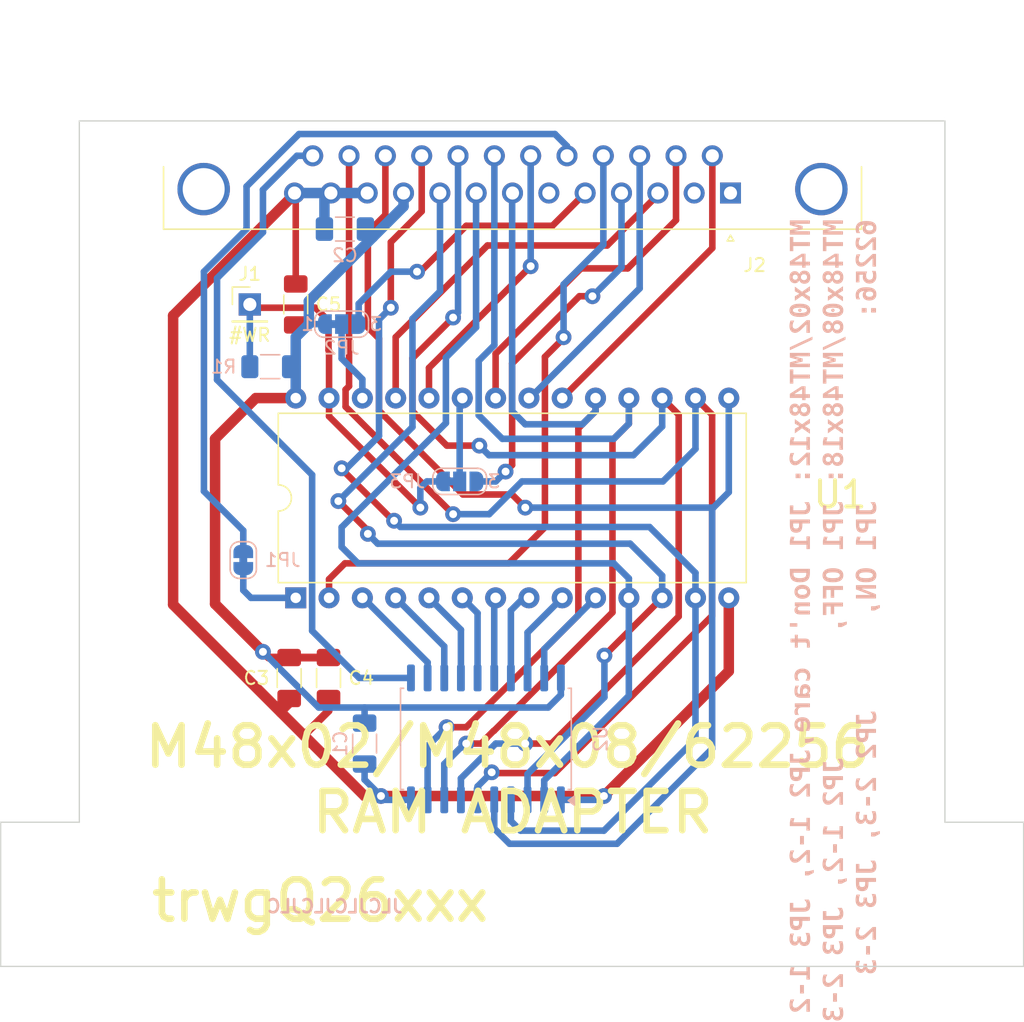
<source format=kicad_pcb>
(kicad_pcb (version 20240108) (generator "pcbnew") (generator_version "8.0")
  (layers (0 "F.Cu" signal) (31 "B.Cu" signal) (34 "B.Paste" user) (35 "F.Paste" user) (36 "B.SilkS" user "B.Silkscreen") (37 "F.SilkS" user "F.Silkscreen") (38 "B.Mask" user) (39 "F.Mask" user) (44 "Edge.Cuts" user))
  (net 0 "")
  (net 1 "GND")
  (net 2 "+5V")
  (net 3 "/A12")
  (net 4 "/D6")
  (net 5 "/A11")
  (net 6 "AS")
  (net 7 "/A13")
  (net 8 "#A")
  (net 9 "/A8")
  (net 10 "/D7")
  (net 11 "/D5")
  (net 12 "#RD")
  (net 13 "/D2")
  (net 14 "/A9")
  (net 15 "/D1")
  (net 16 "/D4")
  (net 17 "/A10")
  (net 18 "/A14")
  (net 19 "/D0")
  (net 20 "/D3")
  (net 21 "/A2")
  (net 22 "/A1")
  (net 23 "/A4")
  (net 24 "/A5")
  (net 25 "/A7")
  (net 26 "/A6")
  (net 27 "/A0")
  (net 28 "/A3")
  (net 32 "#WR")
  (net 33 "Net-(JP2-C)")
  (net 34 "Net-(JP3-C)")
  (net 35 "Net-(JP1-A)")
  (footprint "MountingHole:MountingHole_3.2mm_M3_DIN965" (layer "F.Cu") (at 161 82)
    (property "Reference" "REF**" (hide yes))
    (property "Value" "M3")
    (pad "" np_thru_hole circle (at 0 0) (size 3.2 3.2) (drill 3.2) (layers "*.Cu" "*.Mask"))
  )
  (footprint "MountingHole:MountingHole_3.2mm_M3_DIN965" (layer "F.Cu") (at 120 82)
    (property "Reference" "REF**" (hide yes))
    (property "Value" "M3")
    (pad "" np_thru_hole circle (at 0 0) (size 3.2 3.2) (drill 3.2) (layers "*.Cu" "*.Mask"))
  )
  (footprint "Package_DIP:DIP-28_W15.24mm" (layer "F.Cu") (at 138.5 58.883 90)
    (property "Reference" "U1" (at 7.883 41.5 0) (layer "F.SilkS") (effects (font (size 2 2) (thickness 0.3))))
    (property "Value" "HM62256BLP")
    (fp_line (start 14.08 -1.33) (end 8.62 -1.33) (stroke (width 0.12)) (layer "F.SilkS"))
    (fp_line (start 6.62 -1.33) (end 1.16 -1.33) (stroke (width 0.12)) (layer "F.SilkS"))
    (fp_line (start 1.16 -1.33) (end 1.16 34.35) (stroke (width 0.12)) (layer "F.SilkS"))
    (fp_line (start 14.08 34.35) (end 14.08 -1.33) (stroke (width 0.12)) (layer "F.SilkS"))
    (fp_line (start 1.16 34.35) (end 14.08 34.35) (stroke (width 0.12)) (layer "F.SilkS"))
    (fp_arc (start 8.62 -1.33) (mid 7.62 -0.33) (end 6.62 -1.33) (stroke (width 0.12)) (layer "F.SilkS"))
    (pad "1" thru_hole rect (at 0 0 90) (size 1.6 1.6) (drill 0.8) (layers "*.Cu" "*.Mask") (net 35 "Net-(JP1-A)"))
    (pad "2" thru_hole oval (at 0 2.54 90) (size 1.6 1.6) (drill 0.8) (layers "*.Cu" "*.Mask") (net 3 "/A12"))
    (pad "3" thru_hole oval (at 0 5.08 90) (size 1.6 1.6) (drill 0.8) (layers "*.Cu" "*.Mask") (net 25 "/A7"))
    (pad "4" thru_hole oval (at 0 7.62 90) (size 1.6 1.6) (drill 0.8) (layers "*.Cu" "*.Mask") (net 26 "/A6"))
    (pad "5" thru_hole oval (at 0 10.16 90) (size 1.6 1.6) (drill 0.8) (layers "*.Cu" "*.Mask") (net 24 "/A5"))
    (pad "6" thru_hole oval (at 0 12.7 90) (size 1.6 1.6) (drill 0.8) (layers "*.Cu" "*.Mask") (net 23 "/A4"))
    (pad "7" thru_hole oval (at 0 15.24 90) (size 1.6 1.6) (drill 0.8) (layers "*.Cu" "*.Mask") (net 28 "/A3"))
    (pad "8" thru_hole oval (at 0 17.78 90) (size 1.6 1.6) (drill 0.8) (layers "*.Cu" "*.Mask") (net 21 "/A2"))
    (pad "9" thru_hole oval (at 0 20.32 90) (size 1.6 1.6) (drill 0.8) (layers "*.Cu" "*.Mask") (net 22 "/A1"))
    (pad "10" thru_hole oval (at 0 22.86 90) (size 1.6 1.6) (drill 0.8) (layers "*.Cu" "*.Mask") (net 27 "/A0"))
    (pad "11" thru_hole oval (at 0 25.4 90) (size 1.6 1.6) (drill 0.8) (layers "*.Cu" "*.Mask") (net 19 "/D0"))
    (pad "12" thru_hole oval (at 0 27.94 90) (size 1.6 1.6) (drill 0.8) (layers "*.Cu" "*.Mask") (net 15 "/D1"))
    (pad "13" thru_hole oval (at 0 30.48 90) (size 1.6 1.6) (drill 0.8) (layers "*.Cu" "*.Mask") (net 13 "/D2"))
    (pad "14" thru_hole oval (at 0 33.02 90) (size 1.6 1.6) (drill 0.8) (layers "*.Cu" "*.Mask") (net 1 "GND"))
    (pad "15" thru_hole oval (at 15.24 33.02 90) (size 1.6 1.6) (drill 0.8) (layers "*.Cu" "*.Mask") (net 20 "/D3"))
    (pad "16" thru_hole oval (at 15.24 30.48 90) (size 1.6 1.6) (drill 0.8) (layers "*.Cu" "*.Mask") (net 16 "/D4"))
    (pad "17" thru_hole oval (at 15.24 27.94 90) (size 1.6 1.6) (drill 0.8) (layers "*.Cu" "*.Mask") (net 11 "/D5"))
    (pad "18" thru_hole oval (at 15.24 25.4 90) (size 1.6 1.6) (drill 0.8) (layers "*.Cu" "*.Mask") (net 4 "/D6"))
    (pad "19" thru_hole oval (at 15.24 22.86 90) (size 1.6 1.6) (drill 0.8) (layers "*.Cu" "*.Mask") (net 10 "/D7"))
    (pad "20" thru_hole oval (at 15.24 20.32 90) (size 1.6 1.6) (drill 0.8) (layers "*.Cu" "*.Mask") (net 8 "#A"))
    (pad "21" thru_hole oval (at 15.24 17.78 90) (size 1.6 1.6) (drill 0.8) (layers "*.Cu" "*.Mask") (net 17 "/A10"))
    (pad "22" thru_hole oval (at 15.24 15.24 90) (size 1.6 1.6) (drill 0.8) (layers "*.Cu" "*.Mask") (net 12 "#RD"))
    (pad "23" thru_hole oval (at 15.24 12.7 90) (size 1.6 1.6) (drill 0.8) (layers "*.Cu" "*.Mask") (net 34 "Net-(JP3-C)"))
    (pad "24" thru_hole oval (at 15.24 10.16 90) (size 1.6 1.6) (drill 0.8) (layers "*.Cu" "*.Mask") (net 14 "/A9"))
    (pad "25" thru_hole oval (at 15.24 7.62 90) (size 1.6 1.6) (drill 0.8) (layers "*.Cu" "*.Mask") (net 9 "/A8"))
    (pad "26" thru_hole oval (at 15.24 5.08 90) (size 1.6 1.6) (drill 0.8) (layers "*.Cu" "*.Mask") (net 33 "Net-(JP2-C)"))
    (pad "27" thru_hole oval (at 15.24 2.54 90) (size 1.6 1.6) (drill 0.8) (layers "*.Cu" "*.Mask") (net 32 "#WR"))
    (pad "28" thru_hole oval (at 15.24 0 90) (size 1.6 1.6) (drill 0.8) (layers "*.Cu" "*.Mask") (net 2 "+5V"))
  )
  (footprint "Capacitor_SMD:C_1206_3216Metric_Pad1.33x1.80mm_HandSolder" (layer "F.Cu") (at 138 65 -90)
    (property "Reference" "C3" (at 0 2.5 180) (layer "F.SilkS"))
    (property "Value" "100n")
    (fp_line (start -0.711252 0.91) (end 0.711252 0.91) (stroke (width 0.12)) (layer "F.SilkS"))
    (fp_line (start -0.711252 -0.91) (end 0.711252 -0.91) (stroke (width 0.12)) (layer "F.SilkS"))
    (pad "1" smd roundrect (at -1.5625 0 270) (size 1.325 1.8) (layers "F.Cu" "F.Paste" "F.Mask") (roundrect_rratio 0.188679) (net 2 "+5V"))
    (pad "2" smd roundrect (at 1.5625 0 270) (size 1.325 1.8) (layers "F.Cu" "F.Paste" "F.Mask") (roundrect_rratio 0.188679) (net 1 "GND"))
  )
  (footprint "MountingHole:MountingHole_3.2mm_M3_DIN965" (layer "F.Cu") (at 190 82)
    (property "Reference" "REF**" (hide yes))
    (property "Value" "M3")
    (pad "" np_thru_hole circle (at 0 0) (size 3.2 3.2) (drill 3.2) (layers "*.Cu" "*.Mask"))
  )
  (footprint "Connector_Dsub:DSUB-25_Male_Horizontal_P2.77x2.84mm_EdgePinOffset4.94mm_Housed_MountingHolesOffset7.48mm" (layer "F.Cu") (at 171.65 28 180)
    (property "Reference" "J2" (at -1.85 -5.5 180) (layer "F.SilkS"))
    (property "Value" "DB25_Plug")
    (fp_line (start 43.23 -2.76) (end 43.23 2) (stroke (width 0.12)) (layer "F.SilkS"))
    (fp_line (start 0.25 -3.654338) (end 0 -3.221325) (stroke (width 0.12)) (layer "F.SilkS"))
    (fp_line (start 0 -3.221325) (end -0.25 -3.654338) (stroke (width 0.12)) (layer "F.SilkS"))
    (fp_line (start -0.25 -3.654338) (end 0.25 -3.654338) (stroke (width 0.12)) (layer "F.SilkS"))
    (fp_line (start -9.99 2) (end -9.99 -2.76) (stroke (width 0.12)) (layer "F.SilkS"))
    (fp_line (start -9.99 -2.76) (end 43.23 -2.76) (stroke (width 0.12)) (layer "F.SilkS"))
    (pad "0" thru_hole circle (at -6.93 0.3 180) (size 4 4) (drill 3.2) (layers "*.Cu" "*.Mask"))
    (pad "0" thru_hole circle (at 40.17 0.3 180) (size 4 4) (drill 3.2) (layers "*.Cu" "*.Mask"))
    (pad "1" thru_hole rect (at 0 0 180) (size 1.6 1.6) (drill 1) (layers "*.Cu" "*.Mask"))
    (pad "2" thru_hole circle (at 2.77 0 180) (size 1.6 1.6) (drill 1) (layers "*.Cu" "*.Mask"))
    (pad "3" thru_hole circle (at 5.54 0 180) (size 1.6 1.6) (drill 1) (layers "*.Cu" "*.Mask") (net 9 "/A8"))
    (pad "4" thru_hole circle (at 8.31 0 180) (size 1.6 1.6) (drill 1) (layers "*.Cu" "*.Mask") (net 5 "/A11"))
    (pad "5" thru_hole circle (at 11.08 0 180) (size 1.6 1.6) (drill 1) (layers "*.Cu" "*.Mask") (net 7 "/A13"))
    (pad "6" thru_hole circle (at 13.85 0 180) (size 1.6 1.6) (drill 1) (layers "*.Cu" "*.Mask"))
    (pad "7" thru_hole circle (at 16.62 0 180) (size 1.6 1.6) (drill 1) (layers "*.Cu" "*.Mask") (net 10 "/D7"))
    (pad "8" thru_hole circle (at 19.39 0 180) (size 1.6 1.6) (drill 1) (layers "*.Cu" "*.Mask") (net 19 "/D0"))
    (pad "9" thru_hole circle (at 22.16 0 180) (size 1.6 1.6) (drill 1) (layers "*.Cu" "*.Mask") (net 15 "/D1"))
    (pad "10" thru_hole circle (at 24.93 0 180) (size 1.6 1.6) (drill 1) (layers "*.Cu" "*.Mask") (net 2 "+5V"))
    (pad "11" thru_hole circle (at 27.7 0 180) (size 1.6 1.6) (drill 1) (layers "*.Cu" "*.Mask") (net 1 "GND"))
    (pad "12" thru_hole circle (at 30.47 0 180) (size 1.6 1.6) (drill 1) (layers "*.Cu" "*.Mask") (net 1 "GND"))
    (pad "13" thru_hole circle (at 33.24 0 180) (size 1.6 1.6) (drill 1) (layers "*.Cu" "*.Mask") (net 1 "GND"))
    (pad "14" thru_hole circle (at 1.385 2.84 180) (size 1.6 1.6) (drill 1) (layers "*.Cu" "*.Mask") (net 8 "#A"))
    (pad "15" thru_hole circle (at 4.155 2.84 180) (size 1.6 1.6) (drill 1) (layers "*.Cu" "*.Mask") (net 12 "#RD"))
    (pad "16" thru_hole circle (at 6.925 2.84 180) (size 1.6 1.6) (drill 1) (layers "*.Cu" "*.Mask") (net 17 "/A10"))
    (pad "17" thru_hole circle (at 9.695 2.84 180) (size 1.6 1.6) (drill 1) (layers "*.Cu" "*.Mask") (net 3 "/A12"))
    (pad "18" thru_hole circle (at 12.465 2.84 180) (size 1.6 1.6) (drill 1) (layers "*.Cu" "*.Mask") (net 18 "/A14"))
    (pad "19" thru_hole circle (at 15.235 2.84 180) (size 1.6 1.6) (drill 1) (layers "*.Cu" "*.Mask") (net 14 "/A9"))
    (pad "20" thru_hole circle (at 18.005 2.84 180) (size 1.6 1.6) (drill 1) (layers "*.Cu" "*.Mask") (net 4 "/D6"))
    (pad "21" thru_hole circle (at 20.775 2.84 180) (size 1.6 1.6) (drill 1) (layers "*.Cu" "*.Mask") (net 11 "/D5"))
    (pad "22" thru_hole circle (at 23.545 2.84 180) (size 1.6 1.6) (drill 1) (layers "*.Cu" "*.Mask") (net 13 "/D2"))
    (pad "23" thru_hole circle (at 26.315 2.84 180) (size 1.6 1.6) (drill 1) (layers "*.Cu" "*.Mask") (net 20 "/D3"))
    (pad "24" thru_hole circle (at 29.085 2.84 180) (size 1.6 1.6) (drill 1) (layers "*.Cu" "*.Mask") (net 16 "/D4"))
    (pad "25" thru_hole circle (at 31.855 2.84 180) (size 1.6 1.6) (drill 1) (layers "*.Cu" "*.Mask") (net 6 "AS"))
  )
  (footprint "MountingHole:MountingHole_3.2mm_M3_DIN965" (layer "F.Cu") (at 125 25.5)
    (property "Reference" "REF**" (hide yes))
    (property "Value" "M3")
    (pad "" np_thru_hole circle (at 0 0) (size 3.2 3.2) (drill 3.2) (layers "*.Cu" "*.Mask"))
  )
  (footprint "Connector_PinHeader_2.54mm:PinHeader_1x01_P2.54mm_Vertical" (layer "F.Cu") (at 135 36.5)
    (property "Reference" "J1" (at 0 -2.33 0) (layer "F.SilkS"))
    (property "Value" "#WR" (at 0 2.33 0) (layer "F.SilkS"))
    (fp_line (start -1.33 -1.33) (end 0 -1.33) (stroke (width 0.12)) (layer "F.SilkS"))
    (fp_line (start -1.33 0) (end -1.33 -1.33) (stroke (width 0.12)) (layer "F.SilkS"))
    (fp_line (start -1.33 1.27) (end -1.33 1.33) (stroke (width 0.12)) (layer "F.SilkS"))
    (fp_line (start -1.33 1.27) (end 1.33 1.27) (stroke (width 0.12)) (layer "F.SilkS"))
    (fp_line (start -1.33 1.33) (end 1.33 1.33) (stroke (width 0.12)) (layer "F.SilkS"))
    (fp_line (start 1.33 1.27) (end 1.33 1.33) (stroke (width 0.12)) (layer "F.SilkS"))
    (pad "1" thru_hole rect (at 0 0) (size 1.7 1.7) (drill 1) (layers "*.Cu" "*.Mask") (net 32 "#WR"))
  )
  (footprint "Capacitor_SMD:C_1206_3216Metric_Pad1.33x1.80mm_HandSolder" (layer "F.Cu") (at 138.5 36.5 90)
    (property "Reference" "C5" (at 0 2.5 0) (layer "F.SilkS"))
    (property "Value" "100n")
    (fp_line (start -0.711252 -0.91) (end 0.711252 -0.91) (stroke (width 0.12)) (layer "F.SilkS"))
    (fp_line (start -0.711252 0.91) (end 0.711252 0.91) (stroke (width 0.12)) (layer "F.SilkS"))
    (pad "1" smd roundrect (at -1.5625 0 90) (size 1.325 1.8) (layers "F.Cu" "F.Paste" "F.Mask") (roundrect_rratio 0.188679) (net 2 "+5V"))
    (pad "2" smd roundrect (at 1.5625 0 90) (size 1.325 1.8) (layers "F.Cu" "F.Paste" "F.Mask") (roundrect_rratio 0.188679) (net 1 "GND"))
  )
  (footprint "MountingHole:MountingHole_3.2mm_M3_DIN965" (layer "F.Cu") (at 185 25.5)
    (property "Reference" "REF**" (hide yes))
    (property "Value" "M3")
    (pad "" np_thru_hole circle (at 0 0) (size 3.2 3.2) (drill 3.2) (layers "*.Cu" "*.Mask"))
  )
  (footprint "Capacitor_SMD:C_1206_3216Metric_Pad1.33x1.80mm_HandSolder" (layer "F.Cu") (at 141 65 -90)
    (property "Reference" "C4" (at 0 -2.5 180) (layer "F.SilkS"))
    (property "Value" "100n")
    (fp_line (start -0.711252 0.91) (end 0.711252 0.91) (stroke (width 0.12)) (layer "F.SilkS"))
    (fp_line (start -0.711252 -0.91) (end 0.711252 -0.91) (stroke (width 0.12)) (layer "F.SilkS"))
    (pad "1" smd roundrect (at -1.5625 0 270) (size 1.325 1.8) (layers "F.Cu" "F.Paste" "F.Mask") (roundrect_rratio 0.188679) (net 2 "+5V"))
    (pad "2" smd roundrect (at 1.5625 0 270) (size 1.325 1.8) (layers "F.Cu" "F.Paste" "F.Mask") (roundrect_rratio 0.188679) (net 1 "GND"))
  )
  (footprint "Jumper:SolderJumper-2_P1.3mm_Bridged_RoundedPad1.0x1.5mm" (layer "B.Cu") (at 134.5 56 90)
    (property "Reference" "JP1" (at 0 3 0) (layer "B.SilkS") (effects (justify mirror)))
    (property "Value" "SB1")
    (fp_poly (pts (xy 0.25 0.3) (xy -0.25 0.3) (xy -0.25 -0.3) (xy 0.25 -0.3)) (fill solid) (layer "B.Cu"))
    (fp_line (start -0.7 -1) (end 0.7 -1) (stroke (width 0.12)) (layer "B.SilkS"))
    (fp_line (start 1.4 -0.3) (end 1.4 0.3) (stroke (width 0.12)) (layer "B.SilkS"))
    (fp_line (start -1.4 0.3) (end -1.4 -0.3) (stroke (width 0.12)) (layer "B.SilkS"))
    (fp_line (start 0.7 1) (end -0.7 1) (stroke (width 0.12)) (layer "B.SilkS"))
    (fp_arc (start 0.7 -1) (mid 1.194975 -0.794975) (end 1.4 -0.3) (stroke (width 0.12)) (layer "B.SilkS"))
    (fp_arc (start -1.4 -0.3) (mid -1.194975 -0.794975) (end -0.7 -1) (stroke (width 0.12)) (layer "B.SilkS"))
    (fp_arc (start 1.4 0.3) (mid 1.194975 0.794975) (end 0.7 1) (stroke (width 0.12)) (layer "B.SilkS"))
    (fp_arc (start -0.7 1) (mid -1.194975 0.794975) (end -1.4 0.3) (stroke (width 0.12)) (layer "B.SilkS"))
    (pad "1" smd custom (at -0.65 0 90) (size 1 0.5) (layers "B.Cu" "B.Mask") (net 35 "Net-(JP1-A)") (options (clearance outline) (anchor rect)) (primitives (gr_circle (center 0 -0.25) (end 0.5 -0.25) (width 0) (fill yes)) (gr_circle (center 0 0.25) (end 0.5 0.25) (width 0) (fill yes)) (gr_poly (pts (xy 0.5 -0.75) (xy 0 -0.75) (xy 0 0.75) (xy 0.5 0.75)) (width 0) (fill yes))))
    (pad "2" smd custom (at 0.65 0 90) (size 1 0.5) (layers "B.Cu" "B.Mask") (net 18 "/A14") (options (clearance outline) (anchor rect)) (primitives (gr_circle (center 0 -0.25) (end 0.5 -0.25) (width 0) (fill yes)) (gr_circle (center 0 0.25) (end 0.5 0.25) (width 0) (fill yes)) (gr_poly (pts (xy 0 -0.75) (xy -0.5 -0.75) (xy -0.5 0.75) (xy 0 0.75)) (width 0) (fill yes))))
  )
  (footprint "Package_SO:SOIC-20W_7.5x12.8mm_P1.27mm" (layer "B.Cu") (at 153 69.643 90)
    (property "Reference" "U2" (at 0 8.75 -90) (layer "B.SilkS") (effects (justify mirror)))
    (property "Value" "74LS573")
    (fp_line (start 3.86 -6.51) (end 0 -6.51) (stroke (width 0.12)) (layer "B.SilkS"))
    (fp_line (start -3.86 -6.51) (end 0 -6.51) (stroke (width 0.12)) (layer "B.SilkS"))
    (fp_line (start 3.86 -6.275) (end 3.86 -6.51) (stroke (width 0.12)) (layer "B.SilkS"))
    (fp_line (start -3.86 -6.275) (end -3.86 -6.51) (stroke (width 0.12)) (layer "B.SilkS"))
    (fp_line (start 3.86 6.275) (end 3.86 6.51) (stroke (width 0.12)) (layer "B.SilkS"))
    (fp_line (start -3.86 6.275) (end -3.86 6.51) (stroke (width 0.12)) (layer "B.SilkS"))
    (fp_line (start 3.86 6.51) (end 0 6.51) (stroke (width 0.12)) (layer "B.SilkS"))
    (fp_line (start -3.86 6.51) (end 0 6.51) (stroke (width 0.12)) (layer "B.SilkS"))
    (fp_poly (pts (xy -4.7125 6.275) (xy -5.0525 6.745) (xy -4.3725 6.745) (xy -4.7125 6.275)) (stroke (width 0.12)) (fill solid) (layer "B.SilkS"))
    (pad "1" smd roundrect (at -4.65 5.715 90) (size 2.05 0.6) (layers "B.Cu" "B.Paste" "B.Mask") (net 1 "GND"))
    (pad "2" smd roundrect (at -4.65 4.445 90) (size 2.05 0.6) (layers "B.Cu" "B.Paste" "B.Mask") (net 19 "/D0"))
    (pad "3" smd roundrect (at -4.65 3.175 90) (size 2.05 0.6) (layers "B.Cu" "B.Paste" "B.Mask") (net 15 "/D1"))
    (pad "4" smd roundrect (at -4.65 1.905 90) (size 2.05 0.6) (layers "B.Cu" "B.Paste" "B.Mask") (net 13 "/D2"))
    (pad "5" smd roundrect (at -4.65 0.635 90) (size 2.05 0.6) (layers "B.Cu" "B.Paste" "B.Mask") (net 20 "/D3"))
    (pad "6" smd roundrect (at -4.65 -0.635 90) (size 2.05 0.6) (layers "B.Cu" "B.Paste" "B.Mask") (net 16 "/D4"))
    (pad "7" smd roundrect (at -4.65 -1.905 90) (size 2.05 0.6) (layers "B.Cu" "B.Paste" "B.Mask") (net 11 "/D5"))
    (pad "8" smd roundrect (at -4.65 -3.175 90) (size 2.05 0.6) (layers "B.Cu" "B.Paste" "B.Mask") (net 4 "/D6"))
    (pad "9" smd roundrect (at -4.65 -4.445 90) (size 2.05 0.6) (layers "B.Cu" "B.Paste" "B.Mask") (net 10 "/D7"))
    (pad "10" smd roundrect (at -4.65 -5.715 90) (size 2.05 0.6) (layers "B.Cu" "B.Paste" "B.Mask") (net 1 "GND"))
    (pad "11" smd roundrect (at 4.65 -5.715 90) (size 2.05 0.6) (layers "B.Cu" "B.Paste" "B.Mask") (net 6 "AS"))
    (pad "12" smd roundrect (at 4.65 -4.445 90) (size 2.05 0.6) (layers "B.Cu" "B.Paste" "B.Mask") (net 25 "/A7"))
    (pad "13" smd roundrect (at 4.65 -3.175 90) (size 2.05 0.6) (layers "B.Cu" "B.Paste" "B.Mask") (net 26 "/A6"))
    (pad "14" smd roundrect (at 4.65 -1.905 90) (size 2.05 0.6) (layers "B.Cu" "B.Paste" "B.Mask") (net 24 "/A5"))
    (pad "15" smd roundrect (at 4.65 -0.635 90) (size 2.05 0.6) (layers "B.Cu" "B.Paste" "B.Mask") (net 23 "/A4"))
    (pad "16" smd roundrect (at 4.65 0.635 90) (size 2.05 0.6) (layers "B.Cu" "B.Paste" "B.Mask") (net 28 "/A3"))
    (pad "17" smd roundrect (at 4.65 1.905 90) (size 2.05 0.6) (layers "B.Cu" "B.Paste" "B.Mask") (net 21 "/A2"))
    (pad "18" smd roundrect (at 4.65 3.175 90) (size 2.05 0.6) (layers "B.Cu" "B.Paste" "B.Mask") (net 22 "/A1"))
    (pad "19" smd roundrect (at 4.65 4.445 90) (size 2.05 0.6) (layers "B.Cu" "B.Paste" "B.Mask") (net 27 "/A0"))
    (pad "20" smd roundrect (at 4.65 5.715 90) (size 2.05 0.6) (layers "B.Cu" "B.Paste" "B.Mask") (net 2 "+5V"))
  )
  (footprint "Jumper:SolderJumper-3_P1.3mm_Bridged12_RoundedPad1.0x1.5mm_NumberLabels" (layer "B.Cu") (at 151 50)
    (property "Reference" "JP3" (at -4 0 0) (layer "B.SilkS") (effects (justify mirror)))
    (property "Value" "SB3")
    (fp_poly (pts (xy -0.9 0.3) (xy -0.4 0.3) (xy -0.4 -0.3) (xy -0.9 -0.3)) (fill solid) (layer "B.Cu"))
    (fp_line (start -2.05 0.3) (end -2.05 -0.3) (stroke (width 0.12)) (layer "B.SilkS"))
    (fp_line (start -1.4 -1) (end 1.4 -1) (stroke (width 0.12)) (layer "B.SilkS"))
    (fp_line (start 1.4 1) (end -1.4 1) (stroke (width 0.12)) (layer "B.SilkS"))
    (fp_line (start 2.05 -0.3) (end 2.05 0.3) (stroke (width 0.12)) (layer "B.SilkS"))
    (fp_arc (start -2.05 -0.3) (mid -1.844975 -0.794975) (end -1.35 -1) (stroke (width 0.12)) (layer "B.SilkS"))
    (fp_arc (start -1.35 1) (mid -1.844975 0.794975) (end -2.05 0.3) (stroke (width 0.12)) (layer "B.SilkS"))
    (fp_arc (start 1.35 -1) (mid 1.844975 -0.794975) (end 2.05 -0.3) (stroke (width 0.12)) (layer "B.SilkS"))
    (fp_arc (start 2.05 0.3) (mid 1.844975 0.794975) (end 1.35 1) (stroke (width 0.12)) (layer "B.SilkS"))
    (fp_text user "3" (at 2.6 0 0) (layer "B.SilkS") (effects (justify mirror)))
    (pad "1" smd custom (at -1.3 0) (size 1 0.5) (layers "B.Cu" "B.Mask") (net 32 "#WR") (options (clearance outline) (anchor rect)) (primitives (gr_poly (pts (xy 0.55 -0.75) (xy 0 -0.75) (xy 0 0.75) (xy 0.55 0.75)) (width 0) (fill yes)) (gr_circle (center 0 -0.25) (end 0.5 -0.25) (width 0) (fill yes)) (gr_circle (center 0 0.25) (end 0.5 0.25) (width 0) (fill yes))))
    (pad "2" smd rect (at 0 0) (size 1 1.5) (layers "B.Cu" "B.Mask") (net 34 "Net-(JP3-C)"))
    (pad "3" smd custom (at 1.3 0) (size 1 0.5) (layers "B.Cu" "B.Mask") (net 5 "/A11") (options (clearance outline) (anchor rect)) (primitives (gr_circle (center 0 -0.25) (end 0.5 -0.25) (width 0) (fill yes)) (gr_circle (center 0 0.25) (end 0.5 0.25) (width 0) (fill yes)) (gr_poly (pts (xy 0 -0.75) (xy -0.55 -0.75) (xy -0.55 0.75) (xy 0 0.75)) (width 0) (fill yes))))
  )
  (footprint "Resistor_SMD:R_1206_3216Metric_Pad1.30x1.75mm_HandSolder" (layer "B.Cu") (at 136.55 41.25 180)
    (property "Reference" "R1" (at 3.55 0 180) (layer "B.SilkS") (effects (justify mirror)))
    (property "Value" "10k")
    (fp_line (start 0.727064 0.91) (end -0.727064 0.91) (stroke (width 0.12)) (layer "B.SilkS"))
    (fp_line (start 0.727064 -0.91) (end -0.727064 -0.91) (stroke (width 0.12)) (layer "B.SilkS"))
    (pad "1" smd roundrect (at -1.55 0 180) (size 1.3 1.75) (layers "B.Cu" "B.Paste" "B.Mask") (roundrect_rratio 0.192308) (net 2 "+5V"))
    (pad "2" smd roundrect (at 1.55 0 180) (size 1.3 1.75) (layers "B.Cu" "B.Paste" "B.Mask") (roundrect_rratio 0.192308) (net 32 "#WR"))
  )
  (footprint "Jumper:SolderJumper-3_P1.3mm_Bridged12_RoundedPad1.0x1.5mm_NumberLabels" (layer "B.Cu") (at 142 38)
    (property "Reference" "JP2" (at 0 1.8 0) (layer "B.SilkS") (effects (justify mirror)))
    (property "Value" "SB2")
    (fp_poly (pts (xy -0.9 0.3) (xy -0.4 0.3) (xy -0.4 -0.3) (xy -0.9 -0.3)) (fill solid) (layer "B.Cu"))
    (fp_line (start -2.05 0.3) (end -2.05 -0.3) (stroke (width 0.12)) (layer "B.SilkS"))
    (fp_line (start -1.4 -1) (end 1.4 -1) (stroke (width 0.12)) (layer "B.SilkS"))
    (fp_line (start 1.4 1) (end -1.4 1) (stroke (width 0.12)) (layer "B.SilkS"))
    (fp_line (start 2.05 -0.3) (end 2.05 0.3) (stroke (width 0.12)) (layer "B.SilkS"))
    (fp_arc (start -2.05 -0.3) (mid -1.844975 -0.794975) (end -1.35 -1) (stroke (width 0.12)) (layer "B.SilkS"))
    (fp_arc (start -1.35 1) (mid -1.844975 0.794975) (end -2.05 0.3) (stroke (width 0.12)) (layer "B.SilkS"))
    (fp_arc (start 1.35 -1) (mid 1.844975 -0.794975) (end 2.05 -0.3) (stroke (width 0.12)) (layer "B.SilkS"))
    (fp_arc (start 2.05 0.3) (mid 1.844975 0.794975) (end 1.35 1) (stroke (width 0.12)) (layer "B.SilkS"))
    (fp_text user "1" (at -2.6 0 0) (layer "B.SilkS") (effects (justify mirror)))
    (fp_text user "3" (at 2.6 0 0) (layer "B.SilkS") (effects (justify mirror)))
    (pad "1" smd custom (at -1.3 0) (size 1 0.5) (layers "B.Cu" "B.Mask") (net 2 "+5V") (options (clearance outline) (anchor rect)) (primitives (gr_poly (pts (xy 0.55 -0.75) (xy 0 -0.75) (xy 0 0.75) (xy 0.55 0.75)) (width 0) (fill yes)) (gr_circle (center 0 -0.25) (end 0.5 -0.25) (width 0) (fill yes)) (gr_circle (center 0 0.25) (end 0.5 0.25) (width 0) (fill yes))))
    (pad "2" smd rect (at 0 0) (size 1 1.5) (layers "B.Cu" "B.Mask") (net 33 "Net-(JP2-C)"))
    (pad "3" smd custom (at 1.3 0) (size 1 0.5) (layers "B.Cu" "B.Mask") (net 7 "/A13") (options (clearance outline) (anchor rect)) (primitives (gr_circle (center 0 -0.25) (end 0.5 -0.25) (width 0) (fill yes)) (gr_circle (center 0 0.25) (end 0.5 0.25) (width 0) (fill yes)) (gr_poly (pts (xy 0 -0.75) (xy -0.55 -0.75) (xy -0.55 0.75) (xy 0 0.75)) (width 0) (fill yes))))
  )
  (footprint "Capacitor_SMD:C_1206_3216Metric_Pad1.33x1.80mm_HandSolder" (layer "B.Cu") (at 143.75 70 -90)
    (property "Reference" "C1" (at 0 1.85 90) (layer "B.SilkS") (effects (justify mirror)))
    (property "Value" "100n")
    (fp_line (start 0.711252 0.91) (end -0.711252 0.91) (stroke (width 0.12)) (layer "B.SilkS"))
    (fp_line (start 0.711252 -0.91) (end -0.711252 -0.91) (stroke (width 0.12)) (layer "B.SilkS"))
    (pad "1" smd roundrect (at -1.5625 0 270) (size 1.325 1.8) (layers "B.Cu" "B.Paste" "B.Mask") (roundrect_rratio 0.188679) (net 2 "+5V"))
    (pad "2" smd roundrect (at 1.5625 0 270) (size 1.325 1.8) (layers "B.Cu" "B.Paste" "B.Mask") (roundrect_rratio 0.188679) (net 1 "GND"))
  )
  (footprint "Capacitor_SMD:C_1206_3216Metric_Pad1.33x1.80mm_HandSolder" (layer "B.Cu") (at 142.25 30.75 180)
    (property "Reference" "C2" (at 0 -2 180) (layer "B.SilkS") (effects (justify mirror)))
    (property "Value" "100n")
    (fp_line (start 0.711252 0.91) (end -0.711252 0.91) (stroke (width 0.12)) (layer "B.SilkS"))
    (fp_line (start 0.711252 -0.91) (end -0.711252 -0.91) (stroke (width 0.12)) (layer "B.SilkS"))
    (pad "1" smd roundrect (at -1.5625 0 180) (size 1.325 1.8) (layers "B.Cu" "B.Paste" "B.Mask") (roundrect_rratio 0.188679) (net 2 "+5V"))
    (pad "2" smd roundrect (at 1.5625 0 180) (size 1.325 1.8) (layers "B.Cu" "B.Paste" "B.Mask") (roundrect_rratio 0.188679) (net 1 "GND"))
  )
  (gr_line (start 116 76) (end 116 87) (stroke (width 0.1)) (layer "Edge.Cuts"))
  (gr_line (start 194 76) (end 188 76) (stroke (width 0.1)) (layer "Edge.Cuts"))
  (gr_line (start 122 76) (end 116 76) (stroke (width 0.1)) (layer "Edge.Cuts"))
  (gr_line (start 122 22.5) (end 122 76) (stroke (width 0.1)) (layer "Edge.Cuts"))
  (gr_line (start 188 22.5) (end 122 22.5) (stroke (width 0.1)) (layer "Edge.Cuts"))
  (gr_line (start 188 76) (end 188 22.5) (stroke (width 0.1)) (layer "Edge.Cuts"))
  (gr_line (start 194 87) (end 194 76) (stroke (width 0.1)) (layer "Edge.Cuts"))
  (gr_line (start 116 87) (end 194 87) (stroke (width 0.1)) (layer "Edge.Cuts"))
  (gr_text "JLCJLCJLCJLC" (at 146.75 83 0) (layer "B.SilkS") (effects (font (size 1 1) (thickness 0.2) (bold yes)) (justify left bottom mirror)))
  (gr_text "MT48x02/MT48x12: JP1 Don't care,JP2 1-2, JP3 1-2\nMT48x08/MT48x18: JP1 OFF, 	    JP2 1-2, JP3 2-3\n62256:           JP1 ON, 	    JP2 2-3, JP3 2-3" (at 183 30 90) (layer "B.SilkS") (effects (font (size 1.5 1.5) (thickness 0.3) (bold yes)) (justify left bottom mirror)))
  (gr_text "trwgQ26xxx" (at 127.25 83.75 0) (layer "F.SilkS") (effects (font (size 3 3) (thickness 0.5) (bold yes)) (justify left bottom)))
  (gr_text "RAM ADAPTER" (at 139.5 77 0) (layer "F.SilkS") (effects (font (size 3 3) (thickness 0.5) (bold yes)) (justify left bottom)))
  (gr_text "M48x02/M48x08/62256" (at 126.75 72 0) (layer "F.SilkS") (effects (font (size 3 3) (thickness 0.5) (bold yes)) (justify left bottom)))
  (segment (start 138.5 28.09) (end 138.41 28) (width 0.5) (layer "F.Cu") (net 1))
  (segment (start 143.75 74) (end 139.125 69.375) (width 0.8) (layer "F.Cu") (net 1))
  (segment (start 138 67) (end 137.375 67.625) (width 0.6) (layer "F.Cu") (net 1))
  (segment (start 145 74) (end 143.75 74) (width 0.8) (layer "F.Cu") (net 1))
  (segment (start 137.375 67.625) (end 129.15 59.4) (width 0.8) (layer "F.Cu") (net 1))
  (segment (start 138.41 28.09) (end 138.41 28) (width 0.5) (layer "F.Cu") (net 1))
  (segment (start 129.15 37.35) (end 138.41 28.09) (width 0.8) (layer "F.Cu") (net 1))
  (segment (start 141 66.5625) (end 141 67.5) (width 0.6) (layer "F.Cu") (net 1))
  (segment (start 162.25 73.75) (end 171.52 64.48) (width 0.8) (layer "F.Cu") (net 1))
  (segment (start 138.75 34.9375) (end 138.5 34.6875) (width 0.5) (layer "F.Cu") (net 1))
  (segment (start 139.125 69.375) (end 137.375 67.625) (width 0.8) (layer "F.Cu") (net 1))
  (segment (start 171.52 64.48) (end 171.52 58.883) (width 0.8) (layer "F.Cu") (net 1))
  (segment (start 129.15 59.4) (end 129.15 37.35) (width 0.8) (layer "F.Cu") (net 1))
  (segment (start 138.5 34.6875) (end 138.5 28.09) (width 0.5) (layer "F.Cu") (net 1))
  (segment (start 138 66.5625) (end 138 67) (width 0.6) (layer "F.Cu") (net 1))
  (segment (start 141 67.5) (end 139.125 69.375) (width 0.6) (layer "F.Cu") (net 1))
  (segment (start 162.25 73.75) (end 162 74) (width 0.8) (layer "F.Cu") (net 1))
  (segment (start 162 74) (end 145 74) (width 0.8) (layer "F.Cu") (net 1))
  (via (at 145 74) (size 1.2) (drill 0.6) (layers "F.Cu" "B.Cu") (net 1))
  (via (at 162 74) (size 1.2) (drill 0.6) (layers "F.Cu" "B.Cu") (net 1))
  (segment (start 145.293 74.293) (end 147.285 74.293) (width 0.5) (layer "B.Cu") (net 1))
  (segment (start 143.75 71.5625) (end 143.75 72.75) (width 0.5) (layer "B.Cu") (net 1))
  (segment (start 143.75 72.75) (end 145 74) (width 0.5) (layer "B.Cu") (net 1))
  (segment (start 145 74) (end 145.293 74.293) (width 0.5) (layer "B.Cu") (net 1))
  (segment (start 162.25 73.75) (end 161.707 74.293) (width 0.5) (layer "B.Cu") (net 1))
  (segment (start 161.707 74.293) (end 158.715 74.293) (width 0.5) (layer "B.Cu") (net 1))
  (segment (start 141.18 28) (end 143.95 28) (width 0.8) (layer "B.Cu") (net 1))
  (segment (start 138.41 28) (end 141.18 28) (width 0.8) (layer "B.Cu") (net 1))
  (segment (start 140.6875 30.75) (end 140.6875 28.4925) (width 0.8) (layer "B.Cu") (net 1))
  (segment (start 140.6875 28.4925) (end 141.18 28) (width 0.5) (layer "B.Cu") (net 1))
  (segment (start 138.5 43.643) (end 138.5 38.3125) (width 0.5) (layer "F.Cu") (net 2))
  (segment (start 138.5 43.643) (end 135.457 43.643) (width 0.8) (layer "F.Cu") (net 2))
  (segment (start 141 63.4375) (end 138 63.4375) (width 0.6) (layer "F.Cu") (net 2))
  (segment (start 132.35 46.75) (end 132.35 59.35) (width 0.8) (layer "F.Cu") (net 2))
  (segment (start 138 63.4375) (end 136.4375 63.4375) (width 0.6) (layer "F.Cu") (net 2))
  (segment (start 135.457 43.643) (end 132.35 46.75) (width 0.8) (layer "F.Cu") (net 2))
  (segment (start 138.5 38.3125) (end 138.75 38.0625) (width 0.5) (layer "F.Cu") (net 2))
  (segment (start 136.4375 63.4375) (end 136 63) (width 0.6) (layer "F.Cu") (net 2))
  (segment (start 132.35 59.35) (end 136 63) (width 0.8) (layer "F.Cu") (net 2))
  (via (at 136 63) (size 1.2) (drill 0.6) (layers "F.Cu" "B.Cu") (net 2))
  (segment (start 140.7 38) (end 139.5 38) (width 0.5) (layer "B.Cu") (net 2))
  (segment (start 144.375 31.375) (end 146.72 29.03) (width 0.8) (layer "B.Cu") (net 2))
  (segment (start 158.715 66.285) (end 157.75 67.25) (width 0.5) (layer "B.Cu") (net 2))
  (segment (start 146.72 29.03) (end 146.72 28) (width 0.8) (layer "B.Cu") (net 2))
  (segment (start 140.25 67.25) (end 136 63) (width 0.5) (layer "B.Cu") (net 2))
  (segment (start 139.5 36.25) (end 144.375 31.375) (width 0.8) (layer "B.Cu") (net 2))
  (segment (start 138.1 41.25) (end 138.5 41.25) (width 0.5) (layer "B.Cu") (net 2))
  (segment (start 143.75 67.25) (end 140.25 67.25) (width 0.5) (layer "B.Cu") (net 2))
  (segment (start 139.5 38) (end 138.5 39) (width 0.8) (layer "B.Cu") (net 2))
  (segment (start 143.8125 30.75) (end 143.8125 30.8125) (width 0.5) (layer "B.Cu") (net 2))
  (segment (start 158.715 64.993) (end 158.715 66.285) (width 0.5) (layer "B.Cu") (net 2))
  (segment (start 143.8125 30.8125) (end 144.375 31.375) (width 0.5) (layer "B.Cu") (net 2))
  (segment (start 157.75 67.25) (end 143.75 67.25) (width 0.5) (layer "B.Cu") (net 2))
  (segment (start 138.5 43.643) (end 138.5 41.25) (width 0.8) (layer "B.Cu") (net 2))
  (segment (start 138.5 41.25) (end 138.5 39) (width 0.8) (layer "B.Cu") (net 2))
  (segment (start 139.5 38) (end 139.5 36.25) (width 0.8) (layer "B.Cu") (net 2))
  (segment (start 143.75 68.4375) (end 143.75 67.25) (width 0.5) (layer "B.Cu") (net 2))
  (segment (start 157.5 40.5) (end 157.5 53.5) (width 0.5) (layer "F.Cu") (net 3))
  (segment (start 154.75 56.25) (end 142.25 56.25) (width 0.5) (layer "F.Cu") (net 3))
  (segment (start 141.04 57.46) (end 141.04 58.883) (width 0.5) (layer "F.Cu") (net 3))
  (segment (start 158.922183 39) (end 158.922183 39.077817) (width 0.5) (layer "F.Cu") (net 3))
  (segment (start 142.25 56.25) (end 141.04 57.46) (width 0.5) (layer "F.Cu") (net 3))
  (segment (start 158.922183 39.077817) (end 157.5 40.5) (width 0.5) (layer "F.Cu") (net 3))
  (segment (start 157.5 53.5) (end 154.75 56.25) (width 0.5) (layer "F.Cu") (net 3))
  (via (at 158.922183 39) (size 1.2) (drill 0.6) (layers "F.Cu" "B.Cu") (net 3))
  (segment (start 158.922183 39) (end 158.922183 34.97613) (width 0.5) (layer "B.Cu") (net 3))
  (segment (start 158.922183 34.97613) (end 161.955 31.943313) (width 0.5) (layer "B.Cu") (net 3))
  (segment (start 161.955 31.943313) (end 161.955 25.16) (width 0.5) (layer "B.Cu") (net 3))
  (segment (start 163.9 45.6) (end 163.9 43.643) (width 0.5) (layer "F.Cu") (net 4))
  (segment (start 153.023 69.62) (end 153.023 69.595313) (width 0.5) (layer "F.Cu") (net 4))
  (segment (start 162.65 59.993) (end 162.65 46.85) (width 0.5) (layer "F.Cu") (net 4))
  (segment (start 153.595313 69.023) (end 153.62 69.023) (width 0.5) (layer "F.Cu") (net 4))
  (segment (start 153.62 69.023) (end 162.65 59.993) (width 0.5) (layer "F.Cu") (net 4))
  (segment (start 152.643 70) (end 153.023 69.62) (width 0.5) (layer "F.Cu") (net 4))
  (segment (start 151.5 70) (end 152.643 70) (width 0.5) (layer "F.Cu") (net 4))
  (segment (start 162.65 46.85) (end 163.9 45.6) (width 0.5) (layer "F.Cu") (net 4))
  (segment (start 153.023 69.595313) (end 153.595313 69.023) (width 0.5) (layer "F.Cu") (net 4))
  (via (at 151.5 70) (size 1.2) (drill 0.6) (layers "F.Cu" "B.Cu") (net 4))
  (segment (start 154.25 46.75) (end 152.45 44.95) (width 0.5) (layer "B.Cu") (net 4))
  (segment (start 151.380656 70) (end 149.825 71.555656) (width 0.5) (layer "B.Cu") (net 4))
  (segment (start 152.45 44.95) (end 152.45 40.8) (width 0.5) (layer "B.Cu") (net 4))
  (segment (start 162.75 46.75) (end 154.25 46.75) (width 0.5) (layer "B.Cu") (net 4))
  (segment (start 151.5 70) (end 151.380656 70) (width 0.5) (layer "B.Cu") (net 4))
  (segment (start 149.825 71.555656) (end 149.825 74.293) (width 0.5) (layer "B.Cu") (net 4))
  (segment (start 163.9 43.643) (end 163.9 45.6) (width 0.5) (layer "B.Cu") (net 4))
  (segment (start 152.45 40.8) (end 153.645 39.605) (width 0.5) (layer "B.Cu") (net 4))
  (segment (start 154.16 25.16) (end 153.645 25.16) (width 0.5) (layer "B.Cu") (net 4))
  (segment (start 163.9 45.6) (end 162.75 46.75) (width 0.5) (layer "B.Cu") (net 4))
  (segment (start 153.645 39.605) (end 153.645 25.16) (width 0.5) (layer "B.Cu") (net 4))
  (segment (start 155 41) (end 155 48.75) (width 0.5) (layer "F.Cu") (net 5))
  (segment (start 160.125 35.875) (end 155 41) (width 0.5) (layer "F.Cu") (net 5))
  (segment (start 161.125 35.875) (end 160.125 35.875) (width 0.5) (layer "F.Cu") (net 5))
  (segment (start 155 48.75) (end 154.5 49.25) (width 0.5) (layer "F.Cu") (net 5))
  (via (at 154.5 49.25) (size 1.2) (drill 0.6) (layers "F.Cu" "B.Cu") (net 5))
  (via (at 161.125 35.875) (size 1.2) (drill 0.6) (layers "F.Cu" "B.Cu") (net 5))
  (segment (start 153.75 50) (end 154.5 49.25) (width 0.5) (layer "B.Cu") (net 5))
  (segment (start 163.34 33.66) (end 163.34 28) (width 0.5) (layer "B.Cu") (net 5))
  (segment (start 161.125 35.875) (end 163.34 33.66) (width 0.5) (layer "B.Cu") (net 5))
  (segment (start 152.3 50) (end 153.75 50) (width 0.5) (layer "B.Cu") (net 5))
  (segment (start 138.59 25.16) (end 139.795 25.16) (width 0.5) (layer "B.Cu") (net 6))
  (segment (start 132.5 42.25) (end 132.5 34.5) (width 0.5) (layer "B.Cu") (net 6))
  (segment (start 147.285 64.993) (end 143.343 64.993) (width 0.5) (layer "B.Cu") (net 6))
  (segment (start 143.343 64.993) (end 139.75 61.4) (width 0.5) (layer "B.Cu") (net 6))
  (segment (start 136 27.75) (end 138.59 25.16) (width 0.5) (layer "B.Cu") (net 6))
  (segment (start 132.5 34.5) (end 136 31) (width 0.5) (layer "B.Cu") (net 6))
  (segment (start 139.75 49.5) (end 132.5 42.25) (width 0.5) (layer "B.Cu") (net 6))
  (segment (start 136 31) (end 136 27.75) (width 0.5) (layer "B.Cu") (net 6))
  (segment (start 139.75 61.4) (end 139.75 49.5) (width 0.5) (layer "B.Cu") (net 6))
  (segment (start 148 34) (end 151.5 30.5) (width 0.5) (layer "F.Cu") (net 7))
  (segment (start 151.5 30.5) (end 158.07 30.5) (width 0.5) (layer "F.Cu") (net 7))
  (segment (start 158.07 30.5) (end 160.57 28) (width 0.5) (layer "F.Cu") (net 7))
  (segment (start 147.75 34) (end 148 34) (width 0.5) (layer "F.Cu") (net 7))
  (via (at 147.75 34) (size 1.2) (drill 0.6) (layers "F.Cu" "B.Cu") (net 7))
  (segment (start 143.3 36.45) (end 145.75 34) (width 0.5) (layer "B.Cu") (net 7))
  (segment (start 143.3 38) (end 143.3 36.45) (width 0.5) (layer "B.Cu") (net 7))
  (segment (start 145.75 34) (end 147.75 34) (width 0.5) (layer "B.Cu") (net 7))
  (segment (start 170.265 32.198) (end 158.82 43.643) (width 0.5) (layer "F.Cu") (net 8))
  (segment (start 170.265 25.16) (end 170.265 32.198) (width 0.5) (layer "F.Cu") (net 8))
  (segment (start 146.12 39) (end 153.12 32) (width 0.5) (layer "F.Cu") (net 9))
  (segment (start 162.25 32) (end 166.11 28.14) (width 0.5) (layer "F.Cu") (net 9))
  (segment (start 166.11 28.14) (end 166.11 28) (width 0.5) (layer "F.Cu") (net 9))
  (segment (start 153.12 32) (end 162.25 32) (width 0.5) (layer "F.Cu") (net 9))
  (segment (start 146.12 43.643) (end 146.12 39) (width 0.5) (layer "F.Cu") (net 9))
  (segment (start 150 68.75) (end 151.5 68.75) (width 0.5) (layer "F.Cu") (net 10))
  (segment (start 161.36 44.64) (end 161.36 43.643) (width 0.5) (layer "F.Cu") (net 10))
  (segment (start 151.5 68.75) (end 160.05 60.2) (width 0.5) (layer "F.Cu") (net 10))
  (segment (start 160.05 60.2) (end 160.05 45.95) (width 0.5) (layer "F.Cu") (net 10))
  (segment (start 160.05 45.95) (end 161.36 44.64) (width 0.5) (layer "F.Cu") (net 10))
  (via (at 150 68.75) (size 1.2) (drill 0.6) (layers "F.Cu" "B.Cu") (net 10))
  (segment (start 155 28.03) (end 155 44.643) (width 0.5) (layer "B.Cu") (net 10))
  (segment (start 156 45.643) (end 160.357 45.643) (width 0.5) (layer "B.Cu") (net 10))
  (segment (start 148.555 70.195) (end 148.555 74.293) (width 0.5) (layer "B.Cu") (net 10))
  (segment (start 160.357 45.643) (end 161.36 44.64) (width 0.5) (layer "B.Cu") (net 10))
  (segment (start 150 68.75) (end 148.555 70.195) (width 0.5) (layer "B.Cu") (net 10))
  (segment (start 155 44.643) (end 156 45.643) (width 0.5) (layer "B.Cu") (net 10))
  (segment (start 155.03 28) (end 155 28.03) (width 0.5) (layer "B.Cu") (net 10))
  (segment (start 161.36 44.64) (end 161.36 43.643) (width 0.5) (layer "B.Cu") (net 10))
  (segment (start 167.7 44.903) (end 166.44 43.643) (width 0.5) (layer "F.Cu") (net 11))
  (segment (start 150.5 37.5) (end 147.4 40.6) (width 0.5) (layer "F.Cu") (net 11))
  (segment (start 158 70) (end 167.7 60.3) (width 0.5) (layer "F.Cu") (net 11))
  (segment (start 150.02 47.27) (end 152.5 47.27) (width 0.5) (layer "F.Cu") (net 11))
  (segment (start 167.7 60.3) (end 167.7 44.903) (width 0.5) (layer "F.Cu") (net 11))
  (segment (start 147.4 40.6) (end 147.4 44.65) (width 0.5) (layer "F.Cu") (net 11))
  (segment (start 147.4 44.65) (end 150.02 47.27) (width 0.5) (layer "F.Cu") (net 11))
  (segment (start 156 70) (end 158 70) (width 0.5) (layer "F.Cu") (net 11))
  (via (at 150.5 37.5) (size 1.2) (drill 0.6) (layers "F.Cu" "B.Cu") (net 11))
  (via (at 156 70) (size 1.2) (drill 0.6) (layers "F.Cu" "B.Cu") (net 11))
  (via (at 152.5 47.27) (size 1.2) (drill 0.6) (layers "F.Cu" "B.Cu") (net 11))
  (segment (start 153.75 70) (end 151.095 72.655) (width 0.5) (layer "B.Cu") (net 11))
  (segment (start 156 70) (end 153.75 70) (width 0.5) (layer "B.Cu") (net 11))
  (segment (start 152.5 47.27) (end 153.23 48) (width 0.5) (layer "B.Cu") (net 11))
  (segment (start 150.5 37.5) (end 150.875 37.125) (width 0.5) (layer "B.Cu") (net 11))
  (segment (start 151.095 72.655) (end 151.095 74.293) (width 0.5) (layer "B.Cu") (net 11))
  (segment (start 153.23 48) (end 164.25 48) (width 0.5) (layer "B.Cu") (net 11))
  (segment (start 164.25 48) (end 166.44 45.81) (width 0.5) (layer "B.Cu") (net 11))
  (segment (start 150.875 37.125) (end 150.875 25.16) (width 0.5) (layer "B.Cu") (net 11))
  (segment (start 166.44 45.81) (end 166.44 43.643) (width 0.5) (layer "B.Cu") (net 11))
  (segment (start 153.74 40.26) (end 153.74 43.643) (width 0.5) (layer "F.Cu") (net 12))
  (segment (start 160.25 33.75) (end 153.74 40.26) (width 0.5) (layer "F.Cu") (net 12))
  (segment (start 167.495 30.0675) (end 163.8125 33.75) (width 0.5) (layer "F.Cu") (net 12))
  (segment (start 167.495 25.16) (end 167.495 30.0675) (width 0.5) (layer "F.Cu") (net 12))
  (segment (start 163.8125 33.75) (end 160.25 33.75) (width 0.5) (layer "F.Cu") (net 12))
  (segment (start 148.105 29.395) (end 148.105 25.16) (width 0.5) (layer "F.Cu") (net 13))
  (segment (start 145.75 31.75) (end 148.105 29.395) (width 0.5) (layer "F.Cu") (net 13))
  (segment (start 145.940843 53) (end 146 53) (width 0.5) (layer "F.Cu") (net 13))
  (segment (start 142 49) (end 142 49.059157) (width 0.5) (layer "F.Cu") (net 13))
  (segment (start 145.75 36.75) (end 145.75 31.75) (width 0.5) (layer "F.Cu") (net 13))
  (segment (start 142.381687 49) (end 142 49) (width 0.5) (layer "F.Cu") (net 13))
  (segment (start 142 49.059157) (end 145.940843 53) (width 0.5) (layer "F.Cu") (net 13))
  (via (at 142 49) (size 1.2) (drill 0.6) (layers "F.Cu" "B.Cu") (net 13))
  (via (at 145.75 36.75) (size 1.2) (drill 0.6) (layers "F.Cu" "B.Cu") (net 13))
  (via (at 146 53) (size 1.2) (drill 0.6) (layers "F.Cu" "B.Cu") (net 13))
  (segment (start 144.85 46.531687) (end 144.85 37.65) (width 0.5) (layer "B.Cu") (net 13))
  (segment (start 168.98 58.883) (end 168.98 56.98) (width 0.5) (layer "B.Cu") (net 13))
  (segment (start 168.98 69.663) (end 168.98 58.883) (width 0.5) (layer "B.Cu") (net 13))
  (segment (start 168.98 56.98) (end 165.477 53.477) (width 0.5) (layer "B.Cu") (net 13))
  (segment (start 155.643 76.643) (end 162 76.643) (width 0.5) (layer "B.Cu") (net 13))
  (segment (start 165.477 53.477) (end 146.477 53.477) (width 0.5) (layer "B.Cu") (net 13))
  (segment (start 142 49) (end 142.381687 49) (width 0.5) (layer "B.Cu") (net 13))
  (segment (start 162 76.643) (end 168.98 69.663) (width 0.5) (layer "B.Cu") (net 13))
  (segment (start 142.381687 49) (end 144.85 46.531687) (width 0.5) (layer "B.Cu") (net 13))
  (segment (start 144.85 37.65) (end 145.75 36.75) (width 0.5) (layer "B.Cu") (net 13))
  (segment (start 146.477 53.477) (end 146 53) (width 0.5) (layer "B.Cu") (net 13))
  (segment (start 154.905 75.905) (end 155.643 76.643) (width 0.5) (layer "B.Cu") (net 13))
  (segment (start 154.905 74.293) (end 154.905 75.905) (width 0.5) (layer "B.Cu") (net 13))
  (segment (start 156.415 33.585) (end 148.66 41.34) (width 0.5) (layer "F.Cu") (net 14))
  (segment (start 148.66 41.34) (end 148.66 43.643) (width 0.5) (layer "F.Cu") (net 14))
  (via (at 156.415 33.585) (size 1.2) (drill 0.6) (layers "F.Cu" "B.Cu") (net 14))
  (segment (start 156.415 33.585) (end 156.415 25.16) (width 0.5) (layer "B.Cu") (net 14))
  (segment (start 144 53.75) (end 144 54) (width 0.5) (layer "F.Cu") (net 15))
  (segment (start 162.0365 63.2865) (end 166.44 58.883) (width 0.5) (layer "F.Cu") (net 15))
  (segment (start 141.75 51.5) (end 144 53.75) (width 0.5) (layer "F.Cu") (net 15))
  (via (at 141.75 51.5) (size 1.2) (drill 0.6) (layers "F.Cu" "B.Cu") (net 15))
  (via (at 162.0365 63.2865) (size 1.2) (drill 0.6) (layers "F.Cu" "B.Cu") (net 15))
  (via (at 144 54) (size 1.2) (drill 0.6) (layers "F.Cu" "B.Cu") (net 15))
  (segment (start 147.4 45.85) (end 147.4 37.6) (width 0.5) (layer "B.Cu") (net 15))
  (segment (start 156.175 72.325) (end 156.175 74.293) (width 0.5) (layer "B.Cu") (net 15))
  (segment (start 149.5 28.01) (end 149.49 28) (width 0.5) (layer "B.Cu") (net 15))
  (segment (start 141.75 51.5) (end 147.4 45.85) (width 0.5) (layer "B.Cu") (net 15))
  (segment (start 164 54.75) (end 166.44 57.19) (width 0.5) (layer "B.Cu") (net 15))
  (segment (start 144.75 54.75) (end 164 54.75) (width 0.5) (layer "B.Cu") (net 15))
  (segment (start 149.5 35.5) (end 149.5 28.01) (width 0.5) (layer "B.Cu") (net 15))
  (segment (start 166.44 57.19) (end 166.44 58.883) (width 0.5) (layer "B.Cu") (net 15))
  (segment (start 144 54) (end 144.75 54.75) (width 0.5) (layer "B.Cu") (net 15))
  (segment (start 162.0365 66.4635) (end 156.175 72.325) (width 0.5) (layer "B.Cu") (net 15))
  (segment (start 147.4 37.6) (end 149.5 35.5) (width 0.5) (layer "B.Cu") (net 15))
  (segment (start 162.0365 63.2865) (end 162.0365 66.4635) (width 0.5) (layer "B.Cu") (net 15))
  (segment (start 142.565 42.735) (end 142.565 25.16) (width 0.5) (layer "F.Cu") (net 16))
  (segment (start 170.25 44.913) (end 168.98 43.643) (width 0.5) (layer "F.Cu") (net 16))
  (segment (start 150.5 52.5) (end 142.3 44.3) (width 0.5) (layer "F.Cu") (net 16))
  (segment (start 142.3 43) (end 142.565 42.735) (width 0.5) (layer "F.Cu") (net 16))
  (segment (start 153.4415 72.1915) (end 153.5 72.25) (width 0.5) (layer "F.Cu") (net 16))
  (segment (start 142.3 44.3) (end 142.3 43) (width 0.5) (layer "F.Cu") (net 16))
  (segment (start 153.5 72.25) (end 158.25 72.25) (width 0.5) (layer "F.Cu") (net 16))
  (segment (start 170.25 60.25) (end 170.25 44.913) (width 0.5) (layer "F.Cu") (net 16))
  (segment (start 158.25 72.25) (end 170.25 60.25) (width 0.5) (layer "F.Cu") (net 16))
  (via (at 153.4415 72.1915) (size 1.2) (drill 0.6) (layers "F.Cu" "B.Cu") (net 16))
  (via (at 150.5 52.5) (size 1.2) (drill 0.6) (layers "F.Cu" "B.Cu") (net 16))
  (segment (start 153.25 52.5) (end 155.75 50) (width 0.5) (layer "B.Cu") (net 16))
  (segment (start 166.5 50) (end 168.98 47.52) (width 0.5) (layer "B.Cu") (net 16))
  (segment (start 155.75 50) (end 166.5 50) (width 0.5) (layer "B.Cu") (net 16))
  (segment (start 152.365 73.268001) (end 152.365 74.293) (width 0.5) (layer "B.Cu") (net 16))
  (segment (start 153.4415 72.1915) (end 152.365 73.268001) (width 0.5) (layer "B.Cu") (net 16))
  (segment (start 168.98 47.52) (end 168.98 43.643) (width 0.5) (layer "B.Cu") (net 16))
  (segment (start 150.5 52.5) (end 153.25 52.5) (width 0.5) (layer "B.Cu") (net 16))
  (segment (start 156.357 43.643) (end 164.725 35.275) (width 0.5) (layer "B.Cu") (net 17))
  (segment (start 164.725 35.275) (end 164.725 25.16) (width 0.5) (layer "B.Cu") (net 17))
  (segment (start 156.28 43.643) (end 156.357 43.643) (width 0.5) (layer "B.Cu") (net 17))
  (segment (start 134.5 55.35) (end 134.5 53.75) (width 0.5) (layer "B.Cu") (net 18))
  (segment (start 134.5 53.75) (end 131.5 50.75) (width 0.5) (layer "B.Cu") (net 18))
  (segment (start 134.75 30.75) (end 134.75 27.5) (width 0.5) (layer "B.Cu") (net 18))
  (segment (start 138.75 23.5) (end 158.2625 23.5) (width 0.5) (layer "B.Cu") (net 18))
  (segment (start 158.2625 23.5) (end 159.185 24.4225) (width 0.5) (layer "B.Cu") (net 18))
  (segment (start 131.5 50.75) (end 131.5 34) (width 0.5) (layer "B.Cu") (net 18))
  (segment (start 131.5 34) (end 134.75 30.75) (width 0.5) (layer "B.Cu") (net 18))
  (segment (start 159.185 24.4225) (end 159.185 25.16) (width 0.5) (layer "B.Cu") (net 18))
  (segment (start 134.75 27.5) (end 138.75 23.5) (width 0.5) (layer "B.Cu") (net 18))
  (segment (start 149.95 45.55) (end 142 53.5) (width 0.5) (layer "B.Cu") (net 19))
  (segment (start 163.9 57.4) (end 163.9 58.883) (width 0.5) (layer "B.Cu") (net 19))
  (segment (start 163.9 66.35) (end 163.9 58.883) (width 0.5) (layer "B.Cu") (net 19))
  (segment (start 162.75 56.25) (end 163.9 57.4) (width 0.5) (layer "B.Cu") (net 19))
  (segment (start 152.26 28) (end 152.25 28.01) (width 0.5) (layer "B.Cu") (net 19))
  (segment (start 142 53.5) (end 142 55) (width 0.5) (layer "B.Cu") (net 19))
  (segment (start 157.445 74.293) (end 157.445 72.805) (width 0.5) (layer "B.Cu") (net 19))
  (segment (start 149.95 40.55) (end 149.95 45.55) (width 0.5) (layer "B.Cu") (net 19))
  (segment (start 152.25 38.25) (end 149.95 40.55) (width 0.5) (layer "B.Cu") (net 19))
  (segment (start 152.25 28.01) (end 152.25 38.25) (width 0.5) (layer "B.Cu") (net 19))
  (segment (start 157.445 72.805) (end 163.9 66.35) (width 0.5) (layer "B.Cu") (net 19))
  (segment (start 143.25 56.25) (end 162.75 56.25) (width 0.5) (layer "B.Cu") (net 19))
  (segment (start 142 55) (end 143.25 56.25) (width 0.5) (layer "B.Cu") (net 19))
  (segment (start 144 31) (end 145.335 29.665) (width 0.5) (layer "F.Cu") (net 20))
  (segment (start 145.335 29.665) (end 145.335 25.16) (width 0.5) (layer "F.Cu") (net 20))
  (segment (start 144.85 44.6) (end 144.85 39.1) (width 0.5) (layer "F.Cu") (net 20))
  (segment (start 156 52) (end 155 51) (width 0.5) (layer "F.Cu") (net 20))
  (segment (start 151.25 51) (end 144.85 44.6) (width 0.5) (layer "F.Cu") (net 20))
  (segment (start 144 38.25) (end 144 31) (width 0.5) (layer "F.Cu") (net 20))
  (segment (start 144.85 39.1) (end 144 38.25) (width 0.5) (layer "F.Cu") (net 20))
  (segment (start 155 51) (end 151.25 51) (width 0.5) (layer "F.Cu") (net 20))
  (via (at 156 52) (size 1.2) (drill 0.6) (layers "F.Cu" "B.Cu") (net 20))
  (segment (start 170.25 52.093) (end 170.343 52) (width 0.5) (layer "B.Cu") (net 20))
  (segment (start 154.801501 77.643) (end 163 77.643) (width 0.5) (layer "B.Cu") (net 20))
  (segment (start 156 52) (end 170.343 52) (width 0.5) (layer "B.Cu") (net 20))
  (segment (start 170.25 70.393) (end 170.25 52.093) (width 0.5) (layer "B.Cu") (net 20))
  (segment (start 153.635 74.293) (end 153.635 76.476499) (width 0.5) (layer "B.Cu") (net 20))
  (segment (start 170.343 52) (end 171.52 50.823) (width 0.5) (layer "B.Cu") (net 20))
  (segment (start 163 77.643) (end 170.25 70.393) (width 0.5) (layer "B.Cu") (net 20))
  (segment (start 153.635 76.476499) (end 154.801501 77.643) (width 0.5) (layer "B.Cu") (net 20))
  (segment (start 171.52 50.823) (end 171.52 43.643) (width 0.5) (layer "B.Cu") (net 20))
  (segment (start 154.905 64.993) (end 154.905 59.848552) (width 0.5) (layer "B.Cu") (net 21))
  (segment (start 155.870552 58.883) (end 156.28 58.883) (width 0.5) (layer "B.Cu") (net 21))
  (segment (start 154.905 59.848552) (end 155.870552 58.883) (width 0.5) (layer "B.Cu") (net 21))
  (segment (start 156.175 61.528) (end 158.82 58.883) (width 0.5) (layer "B.Cu") (net 22))
  (segment (start 156.175 64.993) (end 156.175 61.528) (width 0.5) (layer "B.Cu") (net 22))
  (segment (start 152.365 64.993) (end 152.365 60.048) (width 0.5) (layer "B.Cu") (net 23))
  (segment (start 152.365 60.048) (end 151.2 58.883) (width 0.5) (layer "B.Cu") (net 23))
  (segment (start 151.095 61.318) (end 148.66 58.883) (width 0.5) (layer "B.Cu") (net 24))
  (segment (start 151.095 64.993) (end 151.095 61.318) (width 0.5) (layer "B.Cu") (net 24))
  (segment (start 148.555 64.993) (end 148.555 63.805) (width 0.5) (layer "B.Cu") (net 25))
  (segment (start 148.555 63.805) (end 143.633 58.883) (width 0.5) (layer "B.Cu") (net 25))
  (segment (start 143.633 58.883) (end 143.58 58.883) (width 0.5) (layer "B.Cu") (net 25))
  (segment (start 149.825 62.588) (end 146.12 58.883) (width 0.5) (layer "B.Cu") (net 26))
  (segment (start 149.825 64.993) (end 149.825 62.588) (width 0.5) (layer "B.Cu") (net 26))
  (segment (start 157.445 64.993) (end 157.445 62.798) (width 0.5) (layer "B.Cu") (net 27))
  (segment (start 157.445 62.798) (end 161.36 58.883) (width 0.5) (layer "B.Cu") (net 27))
  (segment (start 153.635 58.988) (end 153.74 58.883) (width 0.5) (layer "B.Cu") (net 28))
  (segment (start 153.635 64.993) (end 153.635 58.988) (width 0.5) (layer "B.Cu") (net 28))
  (segment (start 141.04 45.04) (end 141.04 43.643) (width 0.5) (layer "F.Cu") (net 32))
  (segment (start 135.25 36.75) (end 140 36.75) (width 0.5) (layer "F.Cu") (net 32))
  (segment (start 148 52) (end 141.04 45.04) (width 0.5) (layer "F.Cu") (net 32))
  (segment (start 140 36.75) (end 141 37.75) (width 0.5) (layer "F.Cu") (net 32))
  (segment (start 135 36.5) (end 135.25 36.75) (width 0.5) (layer "F.Cu") (net 32))
  (segment (start 141 40) (end 141.04 40.04) (width 0.5) (layer "F.Cu") (net 32))
  (segment (start 141 37.75) (end 141 40) (width 0.5) (layer "F.Cu") (net 32))
  (segment (start 141.04 40.04) (end 141.04 43.643) (width 0.5) (layer "F.Cu") (net 32))
  (via (at 148 52) (size 1.2) (drill 0.6) (layers "F.Cu" "B.Cu") (net 32))
  (segment (start 148 52) (end 148 50.5) (width 0.5) (layer "B.Cu") (net 32))
  (segment (start 148.5 50) (end 149.7 50) (width 0.5) (layer "B.Cu") (net 32))
  (segment (start 135 41.25) (end 135 36.5) (width 0.5) (layer "B.Cu") (net 32))
  (segment (start 148 50.5) (end 148.5 50) (width 0.5) (layer "B.Cu") (net 32))
  (segment (start 143.58 42.205) (end 142 40.625) (width 0.5) (layer "B.Cu") (net 33))
  (segment (start 142 40.625) (end 142 38) (width 0.5) (layer "B.Cu") (net 33))
  (segment (start 143.58 43.643) (end 143.58 42.205) (width 0.5) (layer "B.Cu") (net 33))
  (segment (start 151 49.643) (end 151 43.843) (width 0.5) (layer "B.Cu") (net 34))
  (segment (start 151 43.843) (end 151.2 43.643) (width 0.5) (layer "B.Cu") (net 34))
  (segment (start 134.5 56.65) (end 134.5 58.3) (width 0.5) (layer "B.Cu") (net 35))
  (segment (start 138.5 58.883) (end 135.083 58.883) (width 0.5) (layer "B.Cu") (net 35))
  (segment (start 135.083 58.883) (end 134.5 58.3) (width 0.5) (layer "B.Cu") (net 35))
)
</source>
